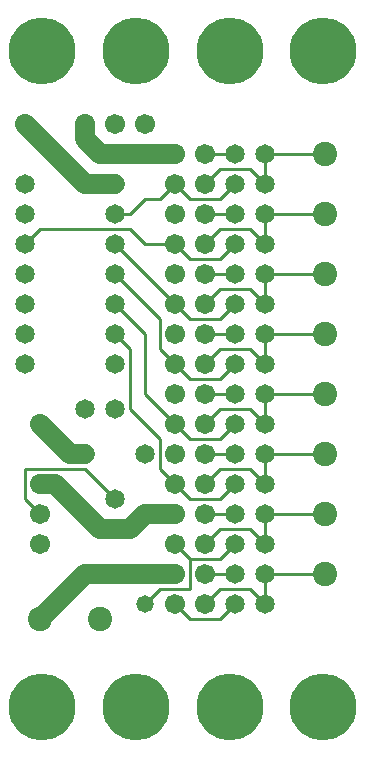
<source format=gbl>
%MOIN*%
%FSLAX25Y25*%
G04 D10 used for Character Trace; *
G04     Circle (OD=.01000) (No hole)*
G04 D11 used for Power Trace; *
G04     Circle (OD=.06700) (No hole)*
G04 D12 used for Signal Trace; *
G04     Circle (OD=.01100) (No hole)*
G04 D13 used for Via; *
G04     Circle (OD=.05800) (Round. Hole ID=.02800)*
G04 D14 used for Component hole; *
G04     Circle (OD=.06500) (Round. Hole ID=.03500)*
G04 D15 used for Component hole; *
G04     Circle (OD=.06700) (Round. Hole ID=.04300)*
G04 D16 used for Component hole; *
G04     Circle (OD=.08100) (Round. Hole ID=.05100)*
G04 D17 used for Component hole; *
G04     Circle (OD=.08900) (Round. Hole ID=.05900)*
G04 D18 used for Component hole; *
G04     Circle (OD=.11300) (Round. Hole ID=.08300)*
G04 D19 used for Component hole; *
G04     Circle (OD=.16000) (Round. Hole ID=.13000)*
G04 D20 used for Component hole; *
G04     Circle (OD=.18300) (Round. Hole ID=.15300)*
G04 D21 used for Component hole; *
G04     Circle (OD=.22291) (Round. Hole ID=.19291)*
%ADD10C,.01000*%
%ADD11C,.06700*%
%ADD12C,.01100*%
%ADD13C,.05800*%
%ADD14C,.06500*%
%ADD15C,.06700*%
%ADD16C,.08100*%
%ADD17C,.08900*%
%ADD18C,.11300*%
%ADD19C,.16000*%
%ADD20C,.18300*%
%ADD21C,.22291*%
%IPPOS*%
%LPD*%
G90*X0Y0D02*D21*X15625Y15625D03*D16*              
X35000Y45000D03*X15000D03*D11*X30000Y60000D01*    
X60000D01*D15*D03*D12*X55000Y55000D02*X65000D01*  
X50000Y50000D02*X55000Y55000D01*D13*              
X50000Y50000D03*D15*X60000D03*D12*X65000Y45000D01*
X75000D01*X80000Y50000D01*D14*D03*D12*X90000D02*  
X85000Y55000D01*D14*X90000Y50000D03*D12*Y60000D01*
D14*D03*D12*X110000D01*D16*D03*D14*               
X90000Y80000D03*D12*Y70000D01*D14*D03*D12*        
X85000Y75000D01*X75000D01*X70000Y70000D01*D15*D03*
D12*X65000Y65000D02*X75000D01*X65000Y55000D02*    
Y65000D01*D15*X70000Y50000D03*D12*X75000Y55000D01*
X85000D01*D14*X80000Y60000D03*D12*X70000D01*D15*  
D03*D12*X75000Y65000D02*X80000Y70000D01*D14*D03*  
D12*X90000Y80000D02*X110000D01*D16*D03*D14*       
X90000Y100000D03*D12*Y90000D01*D14*D03*D12*       
X85000Y95000D01*X75000D01*X70000Y90000D01*D15*D03*
D12*X65000Y85000D02*X75000D01*X65000D02*          
X60000Y90000D01*D15*D03*D12*X55000Y95000D01*      
Y105000D01*X45000Y115000D01*Y135000D01*           
X40000Y140000D01*D14*D03*D12*X50000Y120000D02*    
Y140000D01*X60000Y110000D02*X50000Y120000D01*D15* 
X60000Y110000D03*D12*X65000Y105000D01*X75000D01*  
X80000Y110000D01*D14*D03*D12*X90000D02*           
X85000Y115000D01*D14*X90000Y110000D03*D12*        
Y120000D01*D14*D03*D12*X110000D01*D16*D03*D14*    
X90000Y140000D03*D12*Y130000D01*D14*D03*D12*      
X85000Y135000D01*X75000D01*X70000Y130000D01*D15*  
D03*D12*X65000Y125000D02*X75000D01*X65000D02*     
X60000Y130000D01*D15*D03*D12*X55000Y135000D01*    
Y145000D01*X40000Y160000D01*D14*D03*D12*          
X50000Y170000D02*X60000D01*D15*D03*D12*           
X65000Y165000D01*X75000D01*X80000Y170000D01*D14*  
D03*D12*X90000D02*X85000Y175000D01*D14*           
X90000Y170000D03*D12*Y180000D01*D14*D03*D12*      
X110000D01*D16*D03*D14*X90000Y200000D03*D12*      
Y190000D01*D14*D03*D12*X85000Y195000D01*X75000D01*
X70000Y190000D01*D15*D03*D12*X65000Y185000D02*    
X75000D01*X65000D02*X60000Y190000D01*D15*D03*D12* 
X55000Y185000D01*X50000D01*X45000Y180000D01*      
X40000D01*D14*D03*D12*X50000Y170000D02*           
X45000Y175000D01*X15000D01*X10000Y170000D01*D14*  
D03*Y180000D03*Y160000D03*D11*X30000Y190000D02*   
X40000D01*D14*D03*D11*X30000D02*X10000Y210000D01* 
D15*D03*D11*X35000Y200000D02*X30000Y205000D01*    
X35000Y200000D02*X60000D01*D15*D03*               
X50000Y210000D03*X70000Y200000D03*D12*X80000D01*  
D14*D03*D12*X90000D02*X110000D01*D16*D03*D12*     
X75000Y175000D02*X85000D01*X70000Y170000D02*      
X75000Y175000D01*D15*X70000Y170000D03*D14*        
X80000Y160000D03*D12*X70000D01*D15*D03*D12*       
Y150000D02*X75000Y155000D01*D15*X70000Y150000D03* 
D12*X65000Y145000D02*X75000D01*X65000D02*         
X60000Y150000D01*D15*D03*D12*X40000Y170000D01*D14*
D03*D15*X60000Y160000D03*D14*X40000Y150000D03*D12*
X50000Y140000D01*D14*X40000Y130000D03*D15*        
X60000Y140000D03*X70000Y120000D03*D12*X80000D01*  
D14*D03*D12*X75000Y115000D02*X85000D01*           
X70000Y110000D02*X75000Y115000D01*D15*            
X70000Y110000D03*D14*X80000Y100000D03*D12*        
X70000D01*D15*D03*D14*X80000Y90000D03*D12*        
X75000Y85000D01*D14*X80000Y80000D03*D12*X70000D01*
D15*D03*X60000Y70000D03*D12*X65000Y65000D01*D11*  
X45000Y75000D02*X50000Y80000D01*X40000Y75000D02*  
X45000D01*D14*X40000D03*D11*X35000D01*            
X20000Y90000D01*X15000D01*D15*D03*D12*            
X10000Y85000D02*Y95000D01*X15000Y80000D02*        
X10000Y85000D01*D15*X15000Y80000D03*Y70000D03*D12*
X40000Y85000D02*X30000Y95000D01*D14*              
X40000Y85000D03*D12*X10000Y95000D02*X30000D01*D15*
X15000Y110000D03*D11*X25000Y100000D01*X30000D01*  
D14*D03*X40000Y115000D03*X30000D03*D11*           
X50000Y80000D02*X60000D01*D15*D03*Y100000D03*D14* 
X50000D03*D12*X90000D02*X110000D01*D16*D03*D14*   
X80000Y130000D03*D12*X75000Y125000D01*            
X90000Y140000D02*X110000D01*D16*D03*D14*          
X90000Y160000D03*D12*Y150000D01*D14*D03*D12*      
X85000Y155000D01*X75000D01*D14*X80000Y150000D03*  
D12*X75000Y145000D01*D14*X80000Y140000D03*D12*    
X70000D01*D15*D03*D12*X90000Y160000D02*X110000D01*
D16*D03*D14*X80000Y190000D03*D12*X75000Y185000D01*
D14*X80000Y180000D03*D12*X70000D01*D15*D03*       
X60000D03*X40000Y210000D03*X30000D03*D11*         
Y205000D01*D14*X10000Y190000D03*D21*              
X46875Y234375D03*X15625D03*X78125D03*D14*         
X10000Y150000D03*Y140000D03*Y130000D03*D21*       
X109375Y234375D03*D15*X60000Y120000D03*D21*       
X46875Y15625D03*X78125D03*X109375D03*M02*         

</source>
